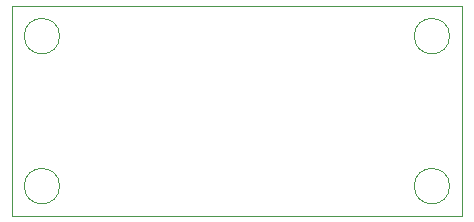
<source format=gbr>
%TF.GenerationSoftware,KiCad,Pcbnew,7.0.1*%
%TF.CreationDate,2025-05-23T00:35:03+09:00*%
%TF.ProjectId,independent_steering,696e6465-7065-46e6-9465-6e745f737465,rev?*%
%TF.SameCoordinates,Original*%
%TF.FileFunction,Profile,NP*%
%FSLAX46Y46*%
G04 Gerber Fmt 4.6, Leading zero omitted, Abs format (unit mm)*
G04 Created by KiCad (PCBNEW 7.0.1) date 2025-05-23 00:35:03*
%MOMM*%
%LPD*%
G01*
G04 APERTURE LIST*
%TA.AperFunction,Profile*%
%ADD10C,0.100000*%
%TD*%
G04 APERTURE END LIST*
D10*
X118340000Y-86360000D02*
G75*
G03*
X118340000Y-86360000I-1500000J0D01*
G01*
X118340000Y-99060000D02*
G75*
G03*
X118340000Y-99060000I-1500000J0D01*
G01*
X151360000Y-99060000D02*
G75*
G03*
X151360000Y-99060000I-1500000J0D01*
G01*
X151360000Y-86360000D02*
G75*
G03*
X151360000Y-86360000I-1500000J0D01*
G01*
X114300000Y-83820000D02*
X152400000Y-83820000D01*
X152400000Y-101600000D01*
X114300000Y-101600000D01*
X114300000Y-83820000D01*
M02*

</source>
